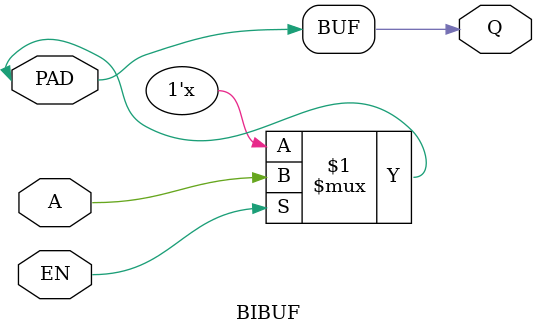
<source format=v>
module BUF(input A, output Q);
  assign Q = A;
endmodule

module OUTBUF(input A, output Q);
  assign Q = A;
endmodule

module INBUF(input A, output Q);
  assign Q = A;
endmodule

module IBUF(input A, output Q);
  assign Q = A;
endmodule

// module NOT(input A, output QN);
//   assign QN = A;
// endmodule

module INV(input A, output QN);
  assign QN = A;
endmodule

module XOR(input A, B, output Q);
  assign Q = A ^ B;
endmodule

module XOR2(input A, B, output Q);
  assign Q = A ^ B;
endmodule

module AND2(input A, B, output Q);
  assign Q = A & B;
endmodule

module AND3(input A, B, C, output Q);
  assign Q = A & B & C;
endmodule

module AND4(input A, B, C, D, output Q);
  assign Q = A & B & C & D;
endmodule

module AND5(input A, B, C, D, E, output Q);
  assign Q = A & B & C & D & E;
endmodule

module AND6(input A, B, C, D, E, F, output Q);
  assign Q = A & B & C & D & E & F;
endmodule

module AND7(input A, B, C, D, E, F, G, output Q);
  assign Q = A & B & C & D & E & F & G;
endmodule

module AND8(input A, B, C, D, E, F, G, H, output Q);
  assign Q = A & B & C & D & E & F & G & H;
endmodule

module AND9(input A, B, C, D, E, F, G, H, I, output Q);
  assign Q = A & B & C & D & E & F & G & H & I;
endmodule

module AND10(input A, B, C, D, E, F, G, H, I, J, output Q);
  assign Q = A & B & C & D & E & F & G & H & I & J;
endmodule

module AND11(input A, B, C, D, E, F, G, H, I, J, K, output Q);
  assign Q = A & B & C & D & E & F & G & H & I & J & K;
endmodule

module AND12(input A, B, C, D, E, F, G, H, I, J, K, L, output Q);
  assign Q = A & B & C & D & E & F & G & H & I & J & K & L;
endmodule

module AND2I1(input A, BN, output Q);
  assign Q = A & ~BN;
endmodule

module AND2I2(input AN, BN, output Q);
  assign Q = ~AN & ~BN;
endmodule

module AND3I1(input A, B, CN, output Q);
  assign Q = A & B & ~CN;
endmodule

module AND3I2(input A, BN, CN, output Q);
  assign Q = A & ~BN & ~CN;
endmodule

module AND3I3(input AN, BN, CN, output Q);
  assign Q = ~AN & ~BN & ~CN;
endmodule

module AND4I1(input A, B, C, DN, output Q);
  assign Q = A & B & C & ~DN;
endmodule

module AND4I2(input A, B, CN, DN, output Q);
  assign Q = A & B & ~CN & ~DN;
endmodule

module AND4I3(input A, BN, CN, DN, output Q);
  assign Q = A & ~BN & ~CN & ~DN;
endmodule

module AND4I4(input AN, BN, CN, DN, output Q);
  assign Q = ~AN & ~BN & ~CN & ~DN;
endmodule

module NAND2(input A, B, output QN);
  assign QN = ~(A & B);
endmodule

module NAND3(input A, B, C, output QN);
  assign QN = ~(A & B & C);
endmodule

module NAND4(input A, B, C, D, output QN);
  assign QN = ~(A & B & C & D);
endmodule

module NAND5(input A, B, C, D, E, output QN);
  assign QN = ~(A & B & C & D & E);
endmodule

module NAND6(input A, B, C, D, E, F, output QN);
  assign QN = ~(A & B & C & D & E & F);
endmodule

module NAND7(input A, B, C, D, E, F, G, output QN);
  assign QN = ~(A & B & C & D & E & F & G);
endmodule

module NAND8(input A, B, C, D, E, F, G, H, output QN);
  assign QN = ~(A & B & C & D & E & F & G & H);
endmodule

module NAND9(input A, B, C, D, E, F, G, H, I, output QN);
  assign QN = ~(A & B & C & D & E & F & G & H & I);
endmodule

module NAND10(input A, B, C, D, E, F, G, H, I, J, output QN);
  assign QN = ~(A & B & C & D & E & F & G & H & I & J);
endmodule

module NAND11(input A, B, C, D, E, F, G, H, I, J, K, output QN);
  assign QN = ~(A & B & C & D & E & F & G & H & I & J & K);
endmodule

module NAND12(input A, B, C, D, E, F, G, H, I, J, K, L, output QN);
  assign QN = ~(A & B & C & D & E & F & G & H & I & J & K & L);
endmodule

module NAND2I1(input A, BN, output QN);
  assign QN = ~(A & ~BN);
endmodule

module NAND2I2(input AN, BN, output QN);
  assign QN = ~(~AN & ~BN);
endmodule

module NAND3I1(input A, B, CN, output QN);
  assign QN = ~(A & B & ~CN);
endmodule

module NAND3I2(input A, BN, CN, output QN);
  assign QN = ~(A & ~BN & ~CN);
endmodule

module NAND3I3(input AN, BN, CN, output QN);
  assign QN = ~(~AN & ~BN & ~CN);
endmodule

module NAND4I1(input A, B, C, DN, output QN);
  assign QN = ~(A & B & C & ~DN);
endmodule

module NAND4I2(input A, B, CN, DN, output QN);
  assign QN = ~(A & B & ~CN & ~DN);
endmodule

module NAND4I3(input A, BN, CN, DN, output QN);
  assign QN = ~(A & ~BN & ~CN & ~DN);
endmodule

module NAND4I4(input AN, BN, CN, DN, output QN);
  assign QN = ~(~AN & ~BN & ~CN & ~DN);
endmodule

module OR2(input A, B, output Q);
  assign Q = A | B;
endmodule

module OR3(input A, B, C, output Q);
  assign Q = A | B | C;
endmodule

module OR4(input A, B, C, D, output Q);
  assign Q = A | B | C | D;
endmodule

module OR5(input A, B, C, D, E, output Q);
  assign Q = A | B | C | D | E;
endmodule

module OR6(input A, B, C, D, E, F, output Q);
  assign Q = A | B | C | D | E | F;
endmodule

module OR7(input A, B, C, D, E, F, G, output Q);
  assign Q = A | B | C | D | E | F | G;
endmodule

module OR8(input A, B, C, D, E, F, G, H, output Q);
  assign Q = A | B | C | D | E | F | G | H;
endmodule

module OR9(input A, B, C, D, E, F, G, H, I, output Q);
  assign Q = A | B | C | D | E | F | G | H | I;
endmodule

module OR10(input A, B, C, D, E, F, G, H, I, J, output Q);
  assign Q = A | B | C | D | E | F | G | H | I | J;
endmodule

module OR11(input A, B, C, D, E, F, G, H, I, J, K, output Q);
  assign Q = A | B | C | D | E | F | G | H | I | J | K;
endmodule

module OR12(input A, B, C, D, E, F, G, H, I, J, K, L, output Q);
  assign Q = A | B | C | D | E | F | G | H | I | J | K | L;
endmodule

module OR2I1(input A, BN, output Q);
  assign Q = A | ~BN;
endmodule

module OR2I2(input AN, BN, output Q);
  assign Q = ~AN | ~BN;
endmodule

module OR3I1(input A, B, CN, output Q);
  assign Q = A | B | ~CN;
endmodule

module OR3I2(input A, BN, CN, output Q);
  assign Q = A | ~BN | ~CN;
endmodule

module OR3I3(input AN, BN, CN, output Q);
  assign Q = ~AN | ~BN | ~CN;
endmodule

module OR4I1(input A, B, C, DN, output Q);
  assign Q = A | B | C | ~DN;
endmodule

module OR4I2(input A, B, CN, DN, output Q);
  assign Q = A | B | ~CN | ~DN;
endmodule

module OR4I3(input A, BN, CN, DN, output Q);
  assign Q = A | ~BN | ~CN | ~DN;
endmodule

module OR4I4(input AN, BN, CN, DN, output Q);
  assign Q = ~AN | ~BN | ~CN | ~DN;
endmodule

module NOR2(input A, B, output QN);
  assign NQ = ~(A | B);
endmodule

module NOR3(input A, B, C, output QN);
  assign NQ = ~(A | B | C);
endmodule

module NOR4(input A, B, C, D, output QN);
  assign NQ = ~(A | B | C | D);
endmodule

module NOR5(input A, B, C, D, E, output QN);
  assign NQ = ~(A | B | C | D | E);
endmodule

module NOR6(input A, B, C, D, E, F, output QN);
  assign NQ = ~(A | B | C | D | E | F);
endmodule

module NOR7(input A, B, C, D, E, F, G, output QN);
  assign NQ = ~(A | B | C | D | E | F | G);
endmodule

module NOR8(input A, B, C, D, E, F, G, H, output QN);
  assign NQ = ~(A | B | C | D | E | F | G | H);
endmodule

module NOR9(input A, B, C, D, E, F, G, H, I, output QN);
  assign NQ = ~(A | B | C | D | E | F | G | H | I);
endmodule

module NOR10(input A, B, C, D, E, F, G, H, I, J, output QN);
  assign NQ = ~(A | B | C | D | E | F | G | H | I | J);
endmodule

module NOR11(input A, B, C, D, E, F, G, H, I, J, K, output QN);
  assign NQ = ~(A | B | C | D | E | F | G | H | I | J | K);
endmodule

module NOR12(input A, B, C, D, E, F, G, H, I, J, K, L, output QN);
  assign NQ = ~(A | B | C | D | E | F | G | H | I | J | K | L);
endmodule

module NOR2I1(input A, BN, output Q);
  assign Q = ~(A | ~BN);
endmodule

module NOR2I2(input AN, BN, output Q);
  assign Q = ~(~AN | ~BN);
endmodule

module NOR3I1(input A, B, CN, output Q);
  assign Q = ~(A | B | ~CN);
endmodule

module NOR3I2(input A, BN, CN, output Q);
  assign Q = ~(A | ~BN | ~CN);
endmodule

module NOR3I3(input AN, BN, CN, output Q);
  assign Q = ~(~AN | ~BN | ~CN);
endmodule

module NOR4I1(input A, B, C, DN, output Q);
  assign Q = ~(A | B | C | ~DN);
endmodule

module NOR4I2(input A, B, CN, DN, output Q);
  assign Q = ~(A | B | ~CN | ~DN);
endmodule

module NOR4I3(input A, BN, CN, DN, output Q);
  assign Q = ~(A | ~BN | ~CN | ~DN);
endmodule

module NOR4I4(input AN, BN, CN, DN, output Q);
  assign Q = ~(~AN | ~BN | ~CN | ~DN);
endmodule

module MUX2(input S0, M0, M1, output Q);
  assign Q = S0 ? M1 : M0;
endmodule

module MUX4(input S0, S1, M0, M1, M2, M3, output Q);
  wire M10 = S0 ? M1 : M0;
  wire M32 = S0 ? M3 : M2;
  assign Q = S1 ? M32 : M10;
endmodule

module MUX8(input S0, S1, S2, M0, M1, M2, M3, M4, M5, M6, M7, output Q);
  wire M10 = S0 ? M1 : M0;
  wire M32 = S0 ? M3 : M2;
  wire M54 = S0 ? M5 : M4;
  wire M76 = S0 ? M7 : M6;
  wire M3210 = S1 ? M32 : M10;
  wire M7654 = S1 ? M76 : M54;
  assign Q = S2 ? M7654 : M3210;
endmodule

module XNOR2(input A, B, output Q);
  assign Q = ~(A ^ B);
endmodule

module DFF(input CLK, D, output reg Q);
  always @(posedge CLK)
    Q <= D;
endmodule

module DFFE(input CLK, CE, D, output reg Q);
  always @(posedge CLK)
    if(CE) Q <= D;
endmodule

module DFFAR(input CLK, AR, D, output reg Q);
  always @(posedge CLK, posedge AR)
    if(AR) Q <= 1'b0;
    else Q <= D;
endmodule

module DFFAS(input CLK, AS, D, output reg Q);
  always @(posedge CLK, posedge AS)
    if(AS) Q <= 1'b1;
    else Q <= D;
endmodule

module DFFARS(input CLK, AR, AS, D, output reg Q);
  always @(posedge CLK, posedge AR, posedge AS)
    if(AR) Q <= 1'b0;
    else if(AS) Q <= 1'b1;
    else Q <= D;
endmodule

module DFFEARS(input CLK, AR, AS, CE, D, output reg Q);
  always @(posedge CLK, posedge AR, posedge AS)
    if(AR) Q <= 1'b0;
    else if(AS) Q <= 1'b1;
    else if(CE) Q <= D;
endmodule

module LATCH(input EN, AR, AS, CE, D, output reg Q);
  // TODO: LATCH
endmodule

module JKFFEARS(input CLK, /*!*/AR, /*!*/AS, CE, J, K, output reg Q);
  // TODO: JKFFEARS
endmodule

module TFF(input CLK, T, output reg Q);
  always @(posedge CLK)
    Q <= Q ^ T;
endmodule

module TFFE(input CLK, CE, T, output reg Q);
  always @(posedge CLK)
    if(CE) Q <= Q ^ T;
endmodule

module TFFAR(input CLK, AR, T, output reg Q);
  always @(posedge CLK, posedge AR)
    if(AR) Q <= 1'b0;
    else Q <= Q ^ T;
endmodule

module TFFAS(input CLK, AS, T, output reg Q);
  always @(posedge CLK, posedge AS)
    if(AS) Q <= 1'b1;
    else Q <= Q ^ T;
endmodule

module TFFARS(input CLK, AR, AS, T, output reg Q);
  always @(posedge CLK, posedge AR, posedge AS)
    if(AR) Q <= 1'b0;
    else if(AS) Q <= 1'b1;
    else Q <= Q ^ T;
endmodule

module TFFEARS(input CLK, AR, AS, CE, T, output reg Q);
  always @(posedge CLK, posedge AR, posedge AS)
    if(AR) Q <= 1'b0;
    else if(AS) Q <= 1'b1;
    else if(CE) Q <= Q ^ T;
endmodule

module BUFTH(input A, ENA, output Q);
  assign Q = ENA ? A : 1'bz;
endmodule

module TRI(input A, ENA, output Q);
  assign Q = ENA ? A : 1'bz;
endmodule

module BIBUF(input A, EN, output Q, inout PAD);
  assign PAD = EN ? A : 1'bz;
  assign Q = PAD;
endmodule

</source>
